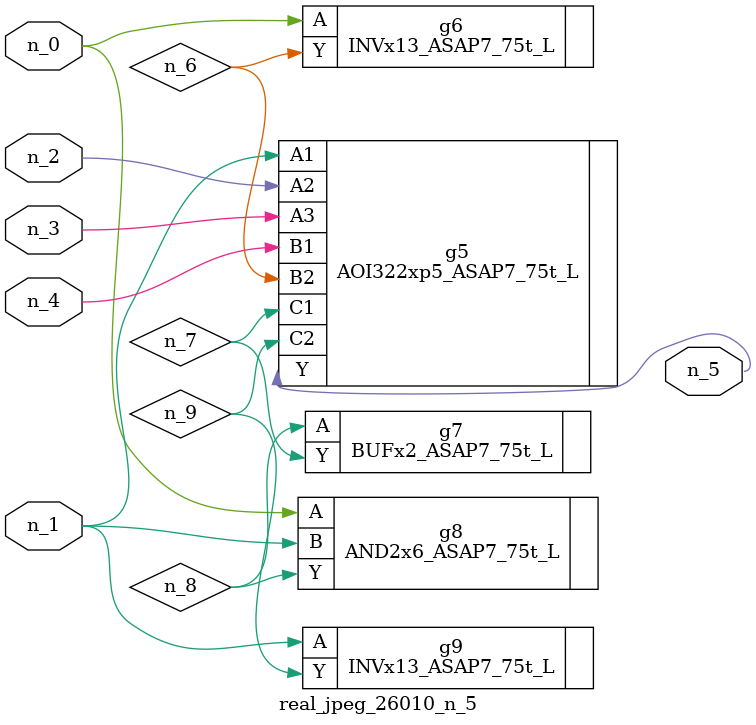
<source format=v>
module real_jpeg_26010_n_5 (n_4, n_0, n_1, n_2, n_3, n_5);

input n_4;
input n_0;
input n_1;
input n_2;
input n_3;

output n_5;

wire n_8;
wire n_6;
wire n_7;
wire n_9;

INVx13_ASAP7_75t_L g6 ( 
.A(n_0),
.Y(n_6)
);

AND2x6_ASAP7_75t_L g8 ( 
.A(n_0),
.B(n_1),
.Y(n_8)
);

AOI322xp5_ASAP7_75t_L g5 ( 
.A1(n_1),
.A2(n_2),
.A3(n_3),
.B1(n_4),
.B2(n_6),
.C1(n_7),
.C2(n_9),
.Y(n_5)
);

INVx13_ASAP7_75t_L g9 ( 
.A(n_1),
.Y(n_9)
);

BUFx2_ASAP7_75t_L g7 ( 
.A(n_8),
.Y(n_7)
);


endmodule
</source>
